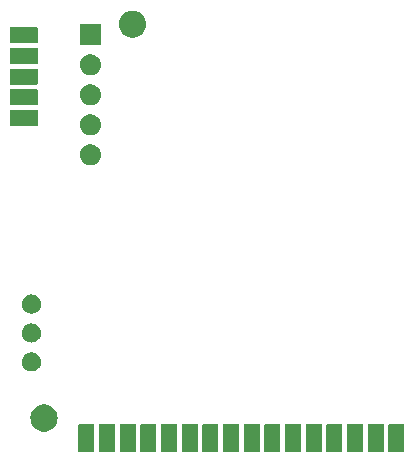
<source format=gbr>
%TF.GenerationSoftware,KiCad,Pcbnew,7.0.5*%
%TF.CreationDate,2024-02-13T07:46:18-05:00*%
%TF.ProjectId,N64SP PCB,4e363453-5020-4504-9342-2e6b69636164,rev?*%
%TF.SameCoordinates,Original*%
%TF.FileFunction,Soldermask,Bot*%
%TF.FilePolarity,Negative*%
%FSLAX46Y46*%
G04 Gerber Fmt 4.6, Leading zero omitted, Abs format (unit mm)*
G04 Created by KiCad (PCBNEW 7.0.5) date 2024-02-13 07:46:18*
%MOMM*%
%LPD*%
G01*
G04 APERTURE LIST*
G04 APERTURE END LIST*
G36*
X116594517Y-69677882D02*
G01*
X116611062Y-69688938D01*
X116622118Y-69705483D01*
X116626000Y-69725000D01*
X116626000Y-70724999D01*
X116626000Y-70725000D01*
X116626000Y-71975000D01*
X116622118Y-71994517D01*
X116611062Y-72011062D01*
X116594517Y-72022118D01*
X116575000Y-72026000D01*
X115325000Y-72026000D01*
X115305483Y-72022118D01*
X115288938Y-72011062D01*
X115277882Y-71994517D01*
X115274000Y-71975000D01*
X115274000Y-70725000D01*
X115274000Y-70724999D01*
X115274000Y-69728449D01*
X115274000Y-69728448D01*
X115274000Y-69725000D01*
X115277882Y-69705483D01*
X115288938Y-69688938D01*
X115305483Y-69677882D01*
X115325000Y-69674000D01*
X116575000Y-69674000D01*
X116594517Y-69677882D01*
G37*
G36*
X118344517Y-69677882D02*
G01*
X118361062Y-69688938D01*
X118372118Y-69705483D01*
X118376000Y-69725000D01*
X118376000Y-70724999D01*
X118376000Y-70725000D01*
X118376000Y-71975000D01*
X118372118Y-71994517D01*
X118361062Y-72011062D01*
X118344517Y-72022118D01*
X118325000Y-72026000D01*
X117075000Y-72026000D01*
X117055483Y-72022118D01*
X117038938Y-72011062D01*
X117027882Y-71994517D01*
X117024000Y-71975000D01*
X117024000Y-70725000D01*
X117024000Y-70724999D01*
X117024000Y-69728449D01*
X117024000Y-69728448D01*
X117024000Y-69725000D01*
X117027882Y-69705483D01*
X117038938Y-69688938D01*
X117055483Y-69677882D01*
X117075000Y-69674000D01*
X118325000Y-69674000D01*
X118344517Y-69677882D01*
G37*
G36*
X120094517Y-69677882D02*
G01*
X120111062Y-69688938D01*
X120122118Y-69705483D01*
X120126000Y-69725000D01*
X120126000Y-70725000D01*
X120126000Y-71975000D01*
X120122118Y-71994517D01*
X120111062Y-72011062D01*
X120094517Y-72022118D01*
X120075000Y-72026000D01*
X118825000Y-72026000D01*
X118805483Y-72022118D01*
X118788938Y-72011062D01*
X118777882Y-71994517D01*
X118774000Y-71975000D01*
X118774000Y-70725000D01*
X118774000Y-70724999D01*
X118774000Y-69728449D01*
X118774000Y-69728448D01*
X118774000Y-69725000D01*
X118777882Y-69705483D01*
X118788938Y-69688938D01*
X118805483Y-69677882D01*
X118825000Y-69674000D01*
X120075000Y-69674000D01*
X120094517Y-69677882D01*
G37*
G36*
X121844517Y-69677882D02*
G01*
X121861062Y-69688938D01*
X121872118Y-69705483D01*
X121876000Y-69725000D01*
X121876000Y-70725000D01*
X121876000Y-71975000D01*
X121872118Y-71994517D01*
X121861062Y-72011062D01*
X121844517Y-72022118D01*
X121825000Y-72026000D01*
X120575000Y-72026000D01*
X120555483Y-72022118D01*
X120538938Y-72011062D01*
X120527882Y-71994517D01*
X120524000Y-71975000D01*
X120524000Y-70725000D01*
X120524000Y-70724995D01*
X120523999Y-69728449D01*
X120524000Y-69728443D01*
X120524000Y-69725000D01*
X120527882Y-69705483D01*
X120538938Y-69688938D01*
X120555483Y-69677882D01*
X120575000Y-69674000D01*
X121825000Y-69674000D01*
X121844517Y-69677882D01*
G37*
G36*
X123594517Y-69677882D02*
G01*
X123611062Y-69688938D01*
X123622118Y-69705483D01*
X123626000Y-69725000D01*
X123626000Y-70724999D01*
X123626000Y-70725000D01*
X123626000Y-71975000D01*
X123622118Y-71994517D01*
X123611062Y-72011062D01*
X123594517Y-72022118D01*
X123575000Y-72026000D01*
X122325000Y-72026000D01*
X122305483Y-72022118D01*
X122288938Y-72011062D01*
X122277882Y-71994517D01*
X122274000Y-71975000D01*
X122274000Y-70725000D01*
X122274000Y-70724999D01*
X122274000Y-69728449D01*
X122274000Y-69728448D01*
X122274000Y-69725000D01*
X122277882Y-69705483D01*
X122288938Y-69688938D01*
X122305483Y-69677882D01*
X122325000Y-69674000D01*
X123575000Y-69674000D01*
X123594517Y-69677882D01*
G37*
G36*
X125344517Y-69677882D02*
G01*
X125361062Y-69688938D01*
X125372118Y-69705483D01*
X125376000Y-69725000D01*
X125376000Y-70724999D01*
X125376000Y-70725000D01*
X125376000Y-71975000D01*
X125372118Y-71994517D01*
X125361062Y-72011062D01*
X125344517Y-72022118D01*
X125325000Y-72026000D01*
X124075000Y-72026000D01*
X124055483Y-72022118D01*
X124038938Y-72011062D01*
X124027882Y-71994517D01*
X124024000Y-71975000D01*
X124024000Y-70725000D01*
X124024000Y-70724999D01*
X124024000Y-69728449D01*
X124024000Y-69728448D01*
X124024000Y-69725000D01*
X124027882Y-69705483D01*
X124038938Y-69688938D01*
X124055483Y-69677882D01*
X124075000Y-69674000D01*
X125325000Y-69674000D01*
X125344517Y-69677882D01*
G37*
G36*
X127094517Y-69677882D02*
G01*
X127111062Y-69688938D01*
X127122118Y-69705483D01*
X127126000Y-69725000D01*
X127126000Y-70725000D01*
X127126000Y-71975000D01*
X127122118Y-71994517D01*
X127111062Y-72011062D01*
X127094517Y-72022118D01*
X127075000Y-72026000D01*
X125825000Y-72026000D01*
X125805483Y-72022118D01*
X125788938Y-72011062D01*
X125777882Y-71994517D01*
X125774000Y-71975000D01*
X125774000Y-70725000D01*
X125774000Y-70724999D01*
X125774000Y-69728449D01*
X125774000Y-69728448D01*
X125774000Y-69725000D01*
X125777882Y-69705483D01*
X125788938Y-69688938D01*
X125805483Y-69677882D01*
X125825000Y-69674000D01*
X127075000Y-69674000D01*
X127094517Y-69677882D01*
G37*
G36*
X128844517Y-69677882D02*
G01*
X128861062Y-69688938D01*
X128872118Y-69705483D01*
X128876000Y-69725000D01*
X128876000Y-70725000D01*
X128876000Y-71975000D01*
X128872118Y-71994517D01*
X128861062Y-72011062D01*
X128844517Y-72022118D01*
X128825000Y-72026000D01*
X127575000Y-72026000D01*
X127555483Y-72022118D01*
X127538938Y-72011062D01*
X127527882Y-71994517D01*
X127524000Y-71975000D01*
X127524000Y-70725000D01*
X127524000Y-70724999D01*
X127524000Y-69728449D01*
X127524000Y-69728448D01*
X127524000Y-69725000D01*
X127527882Y-69705483D01*
X127538938Y-69688938D01*
X127555483Y-69677882D01*
X127575000Y-69674000D01*
X128825000Y-69674000D01*
X128844517Y-69677882D01*
G37*
G36*
X130594517Y-69677882D02*
G01*
X130611062Y-69688938D01*
X130622118Y-69705483D01*
X130626000Y-69725000D01*
X130626000Y-70724999D01*
X130626000Y-70725000D01*
X130626000Y-71975000D01*
X130622118Y-71994517D01*
X130611062Y-72011062D01*
X130594517Y-72022118D01*
X130575000Y-72026000D01*
X129325000Y-72026000D01*
X129305483Y-72022118D01*
X129288938Y-72011062D01*
X129277882Y-71994517D01*
X129274000Y-71975000D01*
X129274000Y-70725000D01*
X129274000Y-69728449D01*
X129274000Y-69728448D01*
X129274000Y-69725000D01*
X129277882Y-69705483D01*
X129288938Y-69688938D01*
X129305483Y-69677882D01*
X129325000Y-69674000D01*
X130575000Y-69674000D01*
X130594517Y-69677882D01*
G37*
G36*
X132344517Y-69677882D02*
G01*
X132361062Y-69688938D01*
X132372118Y-69705483D01*
X132376000Y-69725000D01*
X132376000Y-70724999D01*
X132376000Y-70725000D01*
X132376000Y-71975000D01*
X132372118Y-71994517D01*
X132361062Y-72011062D01*
X132344517Y-72022118D01*
X132325000Y-72026000D01*
X131075000Y-72026000D01*
X131055483Y-72022118D01*
X131038938Y-72011062D01*
X131027882Y-71994517D01*
X131024000Y-71975000D01*
X131024000Y-70725000D01*
X131024000Y-70724999D01*
X131024000Y-69728449D01*
X131024000Y-69728448D01*
X131024000Y-69725000D01*
X131027882Y-69705483D01*
X131038938Y-69688938D01*
X131055483Y-69677882D01*
X131075000Y-69674000D01*
X132325000Y-69674000D01*
X132344517Y-69677882D01*
G37*
G36*
X134094517Y-69677882D02*
G01*
X134111062Y-69688938D01*
X134122118Y-69705483D01*
X134126000Y-69725000D01*
X134126000Y-70725000D01*
X134126000Y-71975000D01*
X134122118Y-71994517D01*
X134111062Y-72011062D01*
X134094517Y-72022118D01*
X134075000Y-72026000D01*
X132825000Y-72026000D01*
X132805483Y-72022118D01*
X132788938Y-72011062D01*
X132777882Y-71994517D01*
X132774000Y-71975000D01*
X132774000Y-70725000D01*
X132774000Y-70724999D01*
X132774000Y-69728449D01*
X132774000Y-69728448D01*
X132774000Y-69725000D01*
X132777882Y-69705483D01*
X132788938Y-69688938D01*
X132805483Y-69677882D01*
X132825000Y-69674000D01*
X134075000Y-69674000D01*
X134094517Y-69677882D01*
G37*
G36*
X135844517Y-69677882D02*
G01*
X135861062Y-69688938D01*
X135872118Y-69705483D01*
X135876000Y-69725000D01*
X135876000Y-70725000D01*
X135876000Y-71975000D01*
X135872118Y-71994517D01*
X135861062Y-72011062D01*
X135844517Y-72022118D01*
X135825000Y-72026000D01*
X134575000Y-72026000D01*
X134555483Y-72022118D01*
X134538938Y-72011062D01*
X134527882Y-71994517D01*
X134524000Y-71975000D01*
X134524000Y-70725000D01*
X134524000Y-70724999D01*
X134524000Y-69728449D01*
X134524000Y-69728448D01*
X134524000Y-69725000D01*
X134527882Y-69705483D01*
X134538938Y-69688938D01*
X134555483Y-69677882D01*
X134575000Y-69674000D01*
X135825000Y-69674000D01*
X135844517Y-69677882D01*
G37*
G36*
X137594517Y-69677882D02*
G01*
X137611062Y-69688938D01*
X137622118Y-69705483D01*
X137626000Y-69725000D01*
X137626000Y-70724999D01*
X137626000Y-70725000D01*
X137626000Y-71975000D01*
X137622118Y-71994517D01*
X137611062Y-72011062D01*
X137594517Y-72022118D01*
X137575000Y-72026000D01*
X136325000Y-72026000D01*
X136305483Y-72022118D01*
X136288938Y-72011062D01*
X136277882Y-71994517D01*
X136274000Y-71975000D01*
X136274000Y-70725000D01*
X136274000Y-70724999D01*
X136274000Y-69728449D01*
X136274000Y-69728448D01*
X136274000Y-69725000D01*
X136277882Y-69705483D01*
X136288938Y-69688938D01*
X136305483Y-69677882D01*
X136325000Y-69674000D01*
X137575000Y-69674000D01*
X137594517Y-69677882D01*
G37*
G36*
X139344517Y-69677882D02*
G01*
X139361062Y-69688938D01*
X139372118Y-69705483D01*
X139376000Y-69725000D01*
X139376000Y-70724999D01*
X139376000Y-70725000D01*
X139376000Y-71975000D01*
X139372118Y-71994517D01*
X139361062Y-72011062D01*
X139344517Y-72022118D01*
X139325000Y-72026000D01*
X138075000Y-72026000D01*
X138055483Y-72022118D01*
X138038938Y-72011062D01*
X138027882Y-71994517D01*
X138024000Y-71975000D01*
X138024000Y-70725000D01*
X138024000Y-69728449D01*
X138024000Y-69728448D01*
X138024000Y-69725000D01*
X138027882Y-69705483D01*
X138038938Y-69688938D01*
X138055483Y-69677882D01*
X138075000Y-69674000D01*
X139325000Y-69674000D01*
X139344517Y-69677882D01*
G37*
G36*
X141094517Y-69677882D02*
G01*
X141111062Y-69688938D01*
X141122118Y-69705483D01*
X141126000Y-69725000D01*
X141126000Y-70725000D01*
X141126000Y-71975000D01*
X141122118Y-71994517D01*
X141111062Y-72011062D01*
X141094517Y-72022118D01*
X141075000Y-72026000D01*
X139825000Y-72026000D01*
X139805483Y-72022118D01*
X139788938Y-72011062D01*
X139777882Y-71994517D01*
X139774000Y-71975000D01*
X139774000Y-70725000D01*
X139774000Y-70724999D01*
X139774000Y-69728449D01*
X139774000Y-69728448D01*
X139774000Y-69725000D01*
X139777882Y-69705483D01*
X139788938Y-69688938D01*
X139805483Y-69677882D01*
X139825000Y-69674000D01*
X141075000Y-69674000D01*
X141094517Y-69677882D01*
G37*
G36*
X142844517Y-69677882D02*
G01*
X142861062Y-69688938D01*
X142872118Y-69705483D01*
X142876000Y-69725000D01*
X142876000Y-70725000D01*
X142876000Y-71975000D01*
X142872118Y-71994517D01*
X142861062Y-72011062D01*
X142844517Y-72022118D01*
X142825000Y-72026000D01*
X141575000Y-72026000D01*
X141555483Y-72022118D01*
X141538938Y-72011062D01*
X141527882Y-71994517D01*
X141524000Y-71975000D01*
X141524000Y-70725000D01*
X141524000Y-69728449D01*
X141524000Y-69728448D01*
X141524000Y-69725000D01*
X141527882Y-69705483D01*
X141538938Y-69688938D01*
X141555483Y-69677882D01*
X141575000Y-69674000D01*
X142825000Y-69674000D01*
X142844517Y-69677882D01*
G37*
G36*
X112674986Y-68042939D02*
G01*
X112873045Y-68119667D01*
X113053632Y-68231482D01*
X113210599Y-68374576D01*
X113338600Y-68544077D01*
X113433276Y-68734211D01*
X113491402Y-68938504D01*
X113511000Y-69150000D01*
X113491402Y-69361496D01*
X113433276Y-69565789D01*
X113338600Y-69755923D01*
X113210599Y-69925424D01*
X113053632Y-70068518D01*
X112873045Y-70180333D01*
X112674986Y-70257061D01*
X112466201Y-70296090D01*
X112253799Y-70296090D01*
X112045014Y-70257061D01*
X111846955Y-70180333D01*
X111666368Y-70068518D01*
X111509401Y-69925424D01*
X111381400Y-69755923D01*
X111286724Y-69565789D01*
X111228598Y-69361496D01*
X111209000Y-69150000D01*
X111228598Y-68938504D01*
X111286724Y-68734211D01*
X111381400Y-68544077D01*
X111509401Y-68374576D01*
X111666368Y-68231482D01*
X111846955Y-68119667D01*
X112045014Y-68042939D01*
X112253799Y-68003910D01*
X112466201Y-68003910D01*
X112674986Y-68042939D01*
G37*
G36*
X111341225Y-63591645D02*
G01*
X111384962Y-63591645D01*
X111434301Y-63602132D01*
X111480910Y-63607384D01*
X111514802Y-63619243D01*
X111551172Y-63626974D01*
X111603584Y-63650309D01*
X111652747Y-63667512D01*
X111678336Y-63683590D01*
X111706401Y-63696086D01*
X111758732Y-63734107D01*
X111806897Y-63764371D01*
X111824193Y-63781667D01*
X111843875Y-63795967D01*
X111892529Y-63850003D01*
X111935629Y-63893103D01*
X111945543Y-63908881D01*
X111957575Y-63922244D01*
X111998739Y-63993542D01*
X112032488Y-64047253D01*
X112036701Y-64059294D01*
X112042536Y-64069400D01*
X112072411Y-64161349D01*
X112092616Y-64219090D01*
X112093382Y-64225890D01*
X112095045Y-64231008D01*
X112110128Y-64374513D01*
X112113000Y-64400000D01*
X112110125Y-64425511D01*
X112095045Y-64568991D01*
X112093382Y-64574107D01*
X112092616Y-64580910D01*
X112072407Y-64638663D01*
X112042536Y-64730599D01*
X112036702Y-64740703D01*
X112032488Y-64752747D01*
X111998732Y-64806468D01*
X111957575Y-64877755D01*
X111945545Y-64891115D01*
X111935629Y-64906897D01*
X111892520Y-64950005D01*
X111843875Y-65004032D01*
X111824197Y-65018328D01*
X111806897Y-65035629D01*
X111758722Y-65065899D01*
X111706401Y-65103913D01*
X111678341Y-65116405D01*
X111652747Y-65132488D01*
X111603573Y-65149694D01*
X111551172Y-65173025D01*
X111514808Y-65180754D01*
X111480910Y-65192616D01*
X111434298Y-65197867D01*
X111384962Y-65208355D01*
X111341225Y-65208355D01*
X111300000Y-65213000D01*
X111258775Y-65208355D01*
X111215038Y-65208355D01*
X111165701Y-65197867D01*
X111119090Y-65192616D01*
X111085192Y-65180754D01*
X111048827Y-65173025D01*
X110996421Y-65149692D01*
X110947253Y-65132488D01*
X110921660Y-65116407D01*
X110893598Y-65103913D01*
X110841270Y-65065894D01*
X110793103Y-65035629D01*
X110775805Y-65018331D01*
X110756124Y-65004032D01*
X110707469Y-64949995D01*
X110664371Y-64906897D01*
X110654457Y-64891119D01*
X110642424Y-64877755D01*
X110601255Y-64806448D01*
X110567512Y-64752747D01*
X110563299Y-64740707D01*
X110557463Y-64730599D01*
X110527578Y-64638623D01*
X110507384Y-64580910D01*
X110506618Y-64574112D01*
X110504954Y-64568991D01*
X110489858Y-64425367D01*
X110487000Y-64400000D01*
X110489858Y-64374634D01*
X110504954Y-64231008D01*
X110506618Y-64225885D01*
X110507384Y-64219090D01*
X110527574Y-64161389D01*
X110557463Y-64069400D01*
X110563300Y-64059289D01*
X110567512Y-64047253D01*
X110601248Y-63993562D01*
X110642424Y-63922244D01*
X110654459Y-63908877D01*
X110664371Y-63893103D01*
X110707460Y-63850013D01*
X110756124Y-63795967D01*
X110775808Y-63781665D01*
X110793103Y-63764371D01*
X110841264Y-63734109D01*
X110893599Y-63696086D01*
X110921664Y-63683590D01*
X110947253Y-63667512D01*
X110996412Y-63650310D01*
X111048827Y-63626974D01*
X111085198Y-63619243D01*
X111119090Y-63607384D01*
X111165698Y-63602132D01*
X111215038Y-63591645D01*
X111258775Y-63591645D01*
X111300000Y-63587000D01*
X111341225Y-63591645D01*
G37*
G36*
X111341225Y-61141645D02*
G01*
X111384962Y-61141645D01*
X111434301Y-61152132D01*
X111480910Y-61157384D01*
X111514802Y-61169243D01*
X111551172Y-61176974D01*
X111603584Y-61200309D01*
X111652747Y-61217512D01*
X111678336Y-61233590D01*
X111706401Y-61246086D01*
X111758732Y-61284107D01*
X111806897Y-61314371D01*
X111824193Y-61331667D01*
X111843875Y-61345967D01*
X111892529Y-61400003D01*
X111935629Y-61443103D01*
X111945543Y-61458881D01*
X111957575Y-61472244D01*
X111998739Y-61543542D01*
X112032488Y-61597253D01*
X112036701Y-61609294D01*
X112042536Y-61619400D01*
X112072411Y-61711349D01*
X112092616Y-61769090D01*
X112093382Y-61775890D01*
X112095045Y-61781008D01*
X112110127Y-61924502D01*
X112113000Y-61950000D01*
X112110126Y-61975500D01*
X112095045Y-62118991D01*
X112093382Y-62124107D01*
X112092616Y-62130910D01*
X112072407Y-62188663D01*
X112042536Y-62280599D01*
X112036702Y-62290703D01*
X112032488Y-62302747D01*
X111998732Y-62356468D01*
X111957575Y-62427755D01*
X111945545Y-62441115D01*
X111935629Y-62456897D01*
X111892520Y-62500005D01*
X111843875Y-62554032D01*
X111824197Y-62568328D01*
X111806897Y-62585629D01*
X111758722Y-62615899D01*
X111706401Y-62653913D01*
X111678341Y-62666405D01*
X111652747Y-62682488D01*
X111603573Y-62699694D01*
X111551172Y-62723025D01*
X111514808Y-62730754D01*
X111480910Y-62742616D01*
X111434298Y-62747867D01*
X111384962Y-62758355D01*
X111341225Y-62758355D01*
X111300000Y-62763000D01*
X111258775Y-62758355D01*
X111215038Y-62758355D01*
X111165701Y-62747867D01*
X111119090Y-62742616D01*
X111085192Y-62730754D01*
X111048827Y-62723025D01*
X110996421Y-62699692D01*
X110947253Y-62682488D01*
X110921660Y-62666407D01*
X110893598Y-62653913D01*
X110841270Y-62615894D01*
X110793103Y-62585629D01*
X110775805Y-62568331D01*
X110756124Y-62554032D01*
X110707469Y-62499995D01*
X110664371Y-62456897D01*
X110654457Y-62441119D01*
X110642424Y-62427755D01*
X110601255Y-62356448D01*
X110567512Y-62302747D01*
X110563299Y-62290707D01*
X110557463Y-62280599D01*
X110527578Y-62188623D01*
X110507384Y-62130910D01*
X110506618Y-62124112D01*
X110504954Y-62118991D01*
X110489858Y-61975367D01*
X110487000Y-61950000D01*
X110489858Y-61924634D01*
X110504954Y-61781008D01*
X110506618Y-61775885D01*
X110507384Y-61769090D01*
X110527574Y-61711389D01*
X110557463Y-61619400D01*
X110563300Y-61609289D01*
X110567512Y-61597253D01*
X110601248Y-61543562D01*
X110642424Y-61472244D01*
X110654459Y-61458877D01*
X110664371Y-61443103D01*
X110707460Y-61400013D01*
X110756124Y-61345967D01*
X110775808Y-61331665D01*
X110793103Y-61314371D01*
X110841264Y-61284109D01*
X110893599Y-61246086D01*
X110921664Y-61233590D01*
X110947253Y-61217512D01*
X110996412Y-61200310D01*
X111048827Y-61176974D01*
X111085198Y-61169243D01*
X111119090Y-61157384D01*
X111165698Y-61152132D01*
X111215038Y-61141645D01*
X111258775Y-61141645D01*
X111300000Y-61137000D01*
X111341225Y-61141645D01*
G37*
G36*
X111341225Y-58691645D02*
G01*
X111384962Y-58691645D01*
X111434301Y-58702132D01*
X111480910Y-58707384D01*
X111514802Y-58719243D01*
X111551172Y-58726974D01*
X111603584Y-58750309D01*
X111652747Y-58767512D01*
X111678336Y-58783590D01*
X111706401Y-58796086D01*
X111758732Y-58834107D01*
X111806897Y-58864371D01*
X111824193Y-58881667D01*
X111843875Y-58895967D01*
X111892529Y-58950003D01*
X111935629Y-58993103D01*
X111945543Y-59008881D01*
X111957575Y-59022244D01*
X111998739Y-59093542D01*
X112032488Y-59147253D01*
X112036701Y-59159294D01*
X112042536Y-59169400D01*
X112072411Y-59261349D01*
X112092616Y-59319090D01*
X112093382Y-59325890D01*
X112095045Y-59331008D01*
X112110128Y-59474513D01*
X112113000Y-59500000D01*
X112110125Y-59525511D01*
X112095045Y-59668991D01*
X112093382Y-59674107D01*
X112092616Y-59680910D01*
X112072407Y-59738663D01*
X112042536Y-59830599D01*
X112036702Y-59840703D01*
X112032488Y-59852747D01*
X111998732Y-59906468D01*
X111957575Y-59977755D01*
X111945545Y-59991115D01*
X111935629Y-60006897D01*
X111892520Y-60050005D01*
X111843875Y-60104032D01*
X111824197Y-60118328D01*
X111806897Y-60135629D01*
X111758722Y-60165899D01*
X111706401Y-60203913D01*
X111678341Y-60216405D01*
X111652747Y-60232488D01*
X111603573Y-60249694D01*
X111551172Y-60273025D01*
X111514808Y-60280754D01*
X111480910Y-60292616D01*
X111434298Y-60297867D01*
X111384962Y-60308355D01*
X111341225Y-60308355D01*
X111300000Y-60313000D01*
X111258775Y-60308355D01*
X111215038Y-60308355D01*
X111165701Y-60297867D01*
X111119090Y-60292616D01*
X111085192Y-60280754D01*
X111048827Y-60273025D01*
X110996421Y-60249692D01*
X110947253Y-60232488D01*
X110921660Y-60216407D01*
X110893598Y-60203913D01*
X110841270Y-60165894D01*
X110793103Y-60135629D01*
X110775805Y-60118331D01*
X110756124Y-60104032D01*
X110707469Y-60049995D01*
X110664371Y-60006897D01*
X110654457Y-59991119D01*
X110642424Y-59977755D01*
X110601255Y-59906448D01*
X110567512Y-59852747D01*
X110563299Y-59840707D01*
X110557463Y-59830599D01*
X110527578Y-59738623D01*
X110507384Y-59680910D01*
X110506618Y-59674112D01*
X110504954Y-59668991D01*
X110489859Y-59525379D01*
X110487000Y-59500000D01*
X110489856Y-59474645D01*
X110504954Y-59331008D01*
X110506618Y-59325885D01*
X110507384Y-59319090D01*
X110527574Y-59261389D01*
X110557463Y-59169400D01*
X110563300Y-59159289D01*
X110567512Y-59147253D01*
X110601248Y-59093562D01*
X110642424Y-59022244D01*
X110654459Y-59008877D01*
X110664371Y-58993103D01*
X110707460Y-58950013D01*
X110756124Y-58895967D01*
X110775808Y-58881665D01*
X110793103Y-58864371D01*
X110841264Y-58834109D01*
X110893599Y-58796086D01*
X110921664Y-58783590D01*
X110947253Y-58767512D01*
X110996412Y-58750310D01*
X111048827Y-58726974D01*
X111085198Y-58719243D01*
X111119090Y-58707384D01*
X111165698Y-58702132D01*
X111215038Y-58691645D01*
X111258775Y-58691645D01*
X111300000Y-58687000D01*
X111341225Y-58691645D01*
G37*
G36*
X116568424Y-46003098D02*
G01*
X116740500Y-46079711D01*
X116892887Y-46190427D01*
X117018924Y-46330405D01*
X117113104Y-46493530D01*
X117171311Y-46672672D01*
X117191000Y-46860000D01*
X117171311Y-47047328D01*
X117113104Y-47226470D01*
X117018924Y-47389595D01*
X116892887Y-47529573D01*
X116740500Y-47640289D01*
X116568424Y-47716902D01*
X116384180Y-47756064D01*
X116195820Y-47756064D01*
X116011576Y-47716902D01*
X115839500Y-47640289D01*
X115687113Y-47529573D01*
X115561076Y-47389595D01*
X115466896Y-47226470D01*
X115408689Y-47047328D01*
X115389000Y-46860000D01*
X115408689Y-46672672D01*
X115466896Y-46493530D01*
X115561076Y-46330405D01*
X115687113Y-46190427D01*
X115839500Y-46079711D01*
X116011576Y-46003098D01*
X116195820Y-45963936D01*
X116384180Y-45963936D01*
X116568424Y-46003098D01*
G37*
G36*
X116568424Y-43463098D02*
G01*
X116740500Y-43539711D01*
X116892887Y-43650427D01*
X117018924Y-43790405D01*
X117113104Y-43953530D01*
X117171311Y-44132672D01*
X117191000Y-44320000D01*
X117171311Y-44507328D01*
X117113104Y-44686470D01*
X117018924Y-44849595D01*
X116892887Y-44989573D01*
X116740500Y-45100289D01*
X116568424Y-45176902D01*
X116384180Y-45216064D01*
X116195820Y-45216064D01*
X116011576Y-45176902D01*
X115839500Y-45100289D01*
X115687113Y-44989573D01*
X115561076Y-44849595D01*
X115466896Y-44686470D01*
X115408689Y-44507328D01*
X115389000Y-44320000D01*
X115408689Y-44132672D01*
X115466896Y-43953530D01*
X115561076Y-43790405D01*
X115687113Y-43650427D01*
X115839500Y-43539711D01*
X116011576Y-43463098D01*
X116195820Y-43423936D01*
X116384180Y-43423936D01*
X116568424Y-43463098D01*
G37*
G36*
X111794517Y-43077882D02*
G01*
X111811062Y-43088938D01*
X111822118Y-43105483D01*
X111826000Y-43125000D01*
X111826000Y-44375000D01*
X111822118Y-44394517D01*
X111811062Y-44411062D01*
X111794517Y-44422118D01*
X111775000Y-44426000D01*
X110525000Y-44426000D01*
X109525000Y-44426000D01*
X109505483Y-44422118D01*
X109488938Y-44411062D01*
X109477882Y-44394517D01*
X109474000Y-44375000D01*
X109474000Y-43125000D01*
X109477882Y-43105483D01*
X109488938Y-43088938D01*
X109505483Y-43077882D01*
X109525000Y-43074000D01*
X110775000Y-43074000D01*
X111771550Y-43074000D01*
X111775000Y-43074000D01*
X111794517Y-43077882D01*
G37*
G36*
X116568424Y-40923098D02*
G01*
X116740500Y-40999711D01*
X116892887Y-41110427D01*
X117018924Y-41250405D01*
X117113104Y-41413530D01*
X117171311Y-41592672D01*
X117191000Y-41780000D01*
X117171311Y-41967328D01*
X117113104Y-42146470D01*
X117018924Y-42309595D01*
X116892887Y-42449573D01*
X116740500Y-42560289D01*
X116568424Y-42636902D01*
X116384180Y-42676064D01*
X116195820Y-42676064D01*
X116011576Y-42636902D01*
X115839500Y-42560289D01*
X115687113Y-42449573D01*
X115561076Y-42309595D01*
X115466896Y-42146470D01*
X115408689Y-41967328D01*
X115389000Y-41780000D01*
X115408689Y-41592672D01*
X115466896Y-41413530D01*
X115561076Y-41250405D01*
X115687113Y-41110427D01*
X115839500Y-40999711D01*
X116011576Y-40923098D01*
X116195820Y-40883936D01*
X116384180Y-40883936D01*
X116568424Y-40923098D01*
G37*
G36*
X111794517Y-41327882D02*
G01*
X111811062Y-41338938D01*
X111822118Y-41355483D01*
X111826000Y-41375000D01*
X111826000Y-42625000D01*
X111822118Y-42644517D01*
X111811062Y-42661062D01*
X111794517Y-42672118D01*
X111775000Y-42676000D01*
X110525000Y-42676000D01*
X109525000Y-42676000D01*
X109505483Y-42672118D01*
X109488938Y-42661062D01*
X109477882Y-42644517D01*
X109474000Y-42625000D01*
X109474000Y-41375000D01*
X109477882Y-41355483D01*
X109488938Y-41338938D01*
X109505483Y-41327882D01*
X109525000Y-41324000D01*
X110775000Y-41324000D01*
X111771550Y-41324000D01*
X111775000Y-41324000D01*
X111794517Y-41327882D01*
G37*
G36*
X111794517Y-39577882D02*
G01*
X111811062Y-39588938D01*
X111822118Y-39605483D01*
X111826000Y-39625000D01*
X111826000Y-40875000D01*
X111822118Y-40894517D01*
X111811062Y-40911062D01*
X111794517Y-40922118D01*
X111775000Y-40926000D01*
X110525000Y-40926000D01*
X109525000Y-40926000D01*
X109505483Y-40922118D01*
X109488938Y-40911062D01*
X109477882Y-40894517D01*
X109474000Y-40875000D01*
X109474000Y-39625000D01*
X109477882Y-39605483D01*
X109488938Y-39588938D01*
X109505483Y-39577882D01*
X109525000Y-39574000D01*
X110775000Y-39574000D01*
X111771550Y-39574000D01*
X111775000Y-39574000D01*
X111794517Y-39577882D01*
G37*
G36*
X116568424Y-38383098D02*
G01*
X116740500Y-38459711D01*
X116892887Y-38570427D01*
X117018924Y-38710405D01*
X117113104Y-38873530D01*
X117171311Y-39052672D01*
X117191000Y-39240000D01*
X117171311Y-39427328D01*
X117113104Y-39606470D01*
X117018924Y-39769595D01*
X116892887Y-39909573D01*
X116740500Y-40020289D01*
X116568424Y-40096902D01*
X116384180Y-40136064D01*
X116195820Y-40136064D01*
X116011576Y-40096902D01*
X115839500Y-40020289D01*
X115687113Y-39909573D01*
X115561076Y-39769595D01*
X115466896Y-39606470D01*
X115408689Y-39427328D01*
X115389000Y-39240000D01*
X115408689Y-39052672D01*
X115466896Y-38873530D01*
X115561076Y-38710405D01*
X115687113Y-38570427D01*
X115839500Y-38459711D01*
X116011576Y-38383098D01*
X116195820Y-38343936D01*
X116384180Y-38343936D01*
X116568424Y-38383098D01*
G37*
G36*
X111794517Y-37827882D02*
G01*
X111811062Y-37838938D01*
X111822118Y-37855483D01*
X111826000Y-37875000D01*
X111826000Y-39125000D01*
X111822118Y-39144517D01*
X111811062Y-39161062D01*
X111794517Y-39172118D01*
X111775000Y-39176000D01*
X110525000Y-39176000D01*
X109525000Y-39176000D01*
X109505483Y-39172118D01*
X109488938Y-39161062D01*
X109477882Y-39144517D01*
X109474000Y-39125000D01*
X109474000Y-37875000D01*
X109477882Y-37855483D01*
X109488938Y-37838938D01*
X109505483Y-37827882D01*
X109525000Y-37824000D01*
X110775000Y-37824000D01*
X111771550Y-37824000D01*
X111775000Y-37824000D01*
X111794517Y-37827882D01*
G37*
G36*
X117159517Y-35802882D02*
G01*
X117176062Y-35813938D01*
X117187118Y-35830483D01*
X117191000Y-35850000D01*
X117191000Y-37550000D01*
X117187118Y-37569517D01*
X117176062Y-37586062D01*
X117159517Y-37597118D01*
X117140000Y-37601000D01*
X115440000Y-37601000D01*
X115420483Y-37597118D01*
X115403938Y-37586062D01*
X115392882Y-37569517D01*
X115389000Y-37550000D01*
X115389000Y-35850000D01*
X115392882Y-35830483D01*
X115403938Y-35813938D01*
X115420483Y-35802882D01*
X115440000Y-35799000D01*
X117140000Y-35799000D01*
X117159517Y-35802882D01*
G37*
G36*
X111794517Y-36077882D02*
G01*
X111811062Y-36088938D01*
X111822118Y-36105483D01*
X111826000Y-36125000D01*
X111826000Y-37375000D01*
X111822118Y-37394517D01*
X111811062Y-37411062D01*
X111794517Y-37422118D01*
X111775000Y-37426000D01*
X110525000Y-37426000D01*
X109525000Y-37426000D01*
X109505483Y-37422118D01*
X109488938Y-37411062D01*
X109477882Y-37394517D01*
X109474000Y-37375000D01*
X109474000Y-36125000D01*
X109477882Y-36105483D01*
X109488938Y-36088938D01*
X109505483Y-36077882D01*
X109525000Y-36074000D01*
X110775000Y-36074000D01*
X111771550Y-36074000D01*
X111775000Y-36074000D01*
X111794517Y-36077882D01*
G37*
G36*
X120174986Y-34692939D02*
G01*
X120373045Y-34769667D01*
X120553632Y-34881482D01*
X120710599Y-35024576D01*
X120838600Y-35194077D01*
X120933276Y-35384211D01*
X120991402Y-35588504D01*
X121011000Y-35800000D01*
X120991402Y-36011496D01*
X120933276Y-36215789D01*
X120838600Y-36405923D01*
X120710599Y-36575424D01*
X120553632Y-36718518D01*
X120373045Y-36830333D01*
X120174986Y-36907061D01*
X119966201Y-36946090D01*
X119753799Y-36946090D01*
X119545014Y-36907061D01*
X119346955Y-36830333D01*
X119166368Y-36718518D01*
X119009401Y-36575424D01*
X118881400Y-36405923D01*
X118786724Y-36215789D01*
X118728598Y-36011496D01*
X118709000Y-35800000D01*
X118728598Y-35588504D01*
X118786724Y-35384211D01*
X118881400Y-35194077D01*
X119009401Y-35024576D01*
X119166368Y-34881482D01*
X119346955Y-34769667D01*
X119545014Y-34692939D01*
X119753799Y-34653910D01*
X119966201Y-34653910D01*
X120174986Y-34692939D01*
G37*
M02*

</source>
